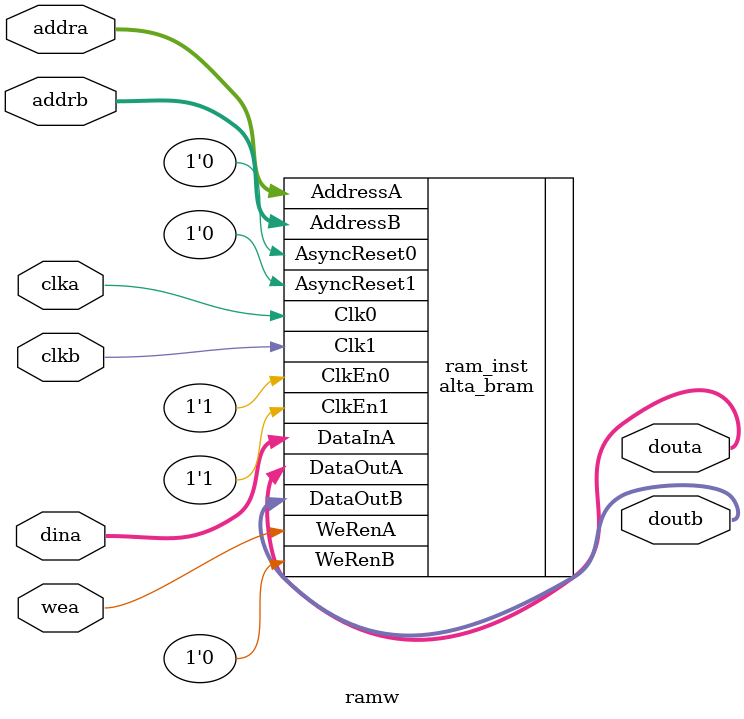
<source format=v>
`timescale 1ns/1ps
module ramw(
   input clka,
   input clkb,

   input [6:0] addra,
   input [6:0] addrb,

   output [31:0] douta,
   output [31:0] doutb,

   input wea,
   input [31:0] dina
);


alta_bram ram_inst (
  .DataInA(dina), 
  .AddressA(addra), .AddressB(addrb),
  .DataOutA(douta), .DataOutB(doutb),
  .Clk0(clka), .ClkEn0(1'b1), .AsyncReset0(1'b0),
  .Clk1(clkb), .ClkEn1(1'b1), .AsyncReset1(1'b0),
  .WeRenA(wea), .WeRenB(1'b0)
);

defparam ram_inst.PORTA_WIDTH     = 32;
defparam ram_inst.PORTB_WIDTH     = 32;
defparam ram_inst.CLKMODE         = "read_write";
defparam ram_inst.PORTB_READONLY  = 1'b1;
defparam ram_inst.PORTA_OUTREG    = 1'b0;
defparam ram_inst.PORTB_OUTREG    = 1'b0;
defparam ram_inst.PORTA_WRITEMODE = 1'b0;
defparam ram_inst.PORTB_WRITEMODE = 1'b0;
defparam ram_inst.PORTA_WRITETHRU = 1'b0;
defparam ram_inst.PORTB_WRITETHRU = 1'b0;
defparam ram_inst.INIT_VAL        = 4608'b0;

endmodule

</source>
